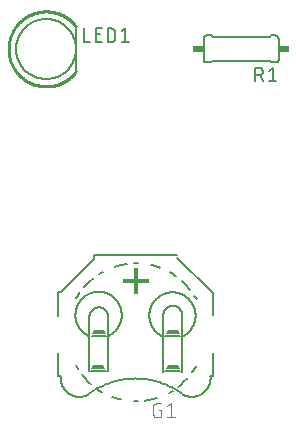
<source format=gbr>
G04 EAGLE Gerber RS-274X export*
G75*
%MOMM*%
%FSLAX34Y34*%
%LPD*%
%INSilkscreen Top*%
%IPPOS*%
%AMOC8*
5,1,8,0,0,1.08239X$1,22.5*%
G01*
%ADD10C,0.150000*%
%ADD11R,0.376200X2.210175*%
%ADD12R,2.210175X0.376200*%
%ADD13C,0.101600*%
%ADD14C,0.203200*%
%ADD15C,0.254000*%
%ADD16C,0.152400*%
%ADD17C,0.127000*%
%ADD18R,0.863600X0.609600*%


D10*
X226865Y59161D02*
X224514Y59161D01*
X224545Y58775D01*
X224566Y58388D01*
X224579Y58000D01*
X224582Y57613D01*
X224575Y57225D01*
X224560Y56838D01*
X224534Y56451D01*
X224500Y56065D01*
X224456Y55680D01*
X224402Y55296D01*
X224340Y54914D01*
X224268Y54533D01*
X224187Y54154D01*
X224097Y53777D01*
X223997Y53402D01*
X223889Y53030D01*
X223771Y52660D01*
X223645Y52294D01*
X223510Y51931D01*
X223366Y51571D01*
X223213Y51215D01*
X223052Y50862D01*
X222882Y50514D01*
X222704Y50169D01*
X222517Y49830D01*
X222322Y49494D01*
X222120Y49164D01*
X221909Y48839D01*
X221690Y48519D01*
X221464Y48204D01*
X221230Y47895D01*
X220989Y47591D01*
X220740Y47294D01*
X220485Y47003D01*
X220222Y46718D01*
X219952Y46439D01*
X219676Y46167D01*
X219393Y45902D01*
X219104Y45644D01*
X218809Y45393D01*
X218508Y45149D01*
X218201Y44912D01*
X217888Y44683D01*
X217570Y44462D01*
X217246Y44249D01*
X216918Y44043D01*
X216584Y43846D01*
X216246Y43656D01*
X215903Y43475D01*
X215556Y43302D01*
X215205Y43138D01*
X214850Y42982D01*
X214492Y42835D01*
X214129Y42697D01*
X213764Y42567D01*
X213396Y42447D01*
X213024Y42335D01*
X212651Y42232D01*
X212275Y42139D01*
X211896Y42055D01*
X211516Y41979D01*
X211134Y41914D01*
X210750Y41857D01*
X210366Y41810D01*
X209980Y41772D01*
X209593Y41743D01*
X209206Y41724D01*
X208819Y41714D01*
X208431Y41714D01*
X208044Y41723D01*
X207656Y41742D01*
X207270Y41769D01*
X206884Y41807D01*
X206499Y41853D01*
X206116Y41909D01*
X205734Y41974D01*
X205353Y42049D01*
X204975Y42132D01*
X204598Y42225D01*
X204224Y42327D01*
X203853Y42438D01*
X203484Y42558D01*
X203119Y42687D01*
X202756Y42825D01*
X202398Y42971D01*
X202042Y43126D01*
X201691Y43290D01*
X201344Y43462D01*
X201001Y43643D01*
X199726Y44594D01*
X198428Y45514D01*
X197108Y46403D01*
X195767Y47259D01*
X194406Y48082D01*
X193025Y48873D01*
X191625Y49630D01*
X190208Y50352D01*
X188774Y51041D01*
X187323Y51694D01*
X185857Y52312D01*
X184376Y52895D01*
X182882Y53441D01*
X181375Y53951D01*
X179856Y54425D01*
X178326Y54862D01*
X176786Y55262D01*
X175237Y55624D01*
X173679Y55949D01*
X172114Y56236D01*
X170543Y56485D01*
X168966Y56696D01*
X167384Y56868D01*
X165799Y57003D01*
X164211Y57099D01*
X162621Y57157D01*
X161030Y57176D01*
X159439Y57157D01*
X157849Y57099D01*
X156261Y57003D01*
X154676Y56868D01*
X153094Y56696D01*
X151517Y56485D01*
X149946Y56236D01*
X148381Y55949D01*
X146823Y55624D01*
X145274Y55262D01*
X143734Y54862D01*
X142204Y54425D01*
X140685Y53951D01*
X139178Y53441D01*
X137684Y52895D01*
X136203Y52312D01*
X134737Y51694D01*
X133286Y51041D01*
X131852Y50352D01*
X130435Y49630D01*
X129035Y48873D01*
X127654Y48082D01*
X126293Y47259D01*
X124952Y46403D01*
X123632Y45514D01*
X122334Y44594D01*
X121059Y43643D01*
X121058Y43643D02*
X120723Y43461D01*
X120384Y43288D01*
X120040Y43123D01*
X119693Y42967D01*
X119341Y42819D01*
X118986Y42680D01*
X118628Y42549D01*
X118267Y42427D01*
X117903Y42315D01*
X117536Y42211D01*
X117167Y42116D01*
X116796Y42030D01*
X116422Y41953D01*
X116047Y41886D01*
X115671Y41828D01*
X115293Y41778D01*
X114914Y41739D01*
X114534Y41708D01*
X114153Y41687D01*
X113772Y41675D01*
X113391Y41672D01*
X113010Y41679D01*
X112629Y41695D01*
X112249Y41720D01*
X111869Y41755D01*
X111491Y41799D01*
X111113Y41852D01*
X110737Y41915D01*
X110363Y41986D01*
X109990Y42067D01*
X109620Y42157D01*
X109252Y42255D01*
X108886Y42363D01*
X108523Y42480D01*
X108163Y42606D01*
X107807Y42740D01*
X107454Y42883D01*
X107104Y43035D01*
X106758Y43195D01*
X106416Y43363D01*
X106078Y43540D01*
X105745Y43725D01*
X105417Y43918D01*
X105093Y44120D01*
X104774Y44329D01*
X104461Y44545D01*
X104153Y44770D01*
X103850Y45002D01*
X103553Y45241D01*
X103262Y45487D01*
X102978Y45741D01*
X102699Y46001D01*
X102427Y46268D01*
X102162Y46542D01*
X101903Y46822D01*
X101652Y47108D01*
X101407Y47400D01*
X101170Y47698D01*
X100940Y48002D01*
X100717Y48312D01*
X100503Y48627D01*
X100295Y48947D01*
X100096Y49272D01*
X99905Y49601D01*
X99722Y49936D01*
X99547Y50274D01*
X99381Y50617D01*
X99223Y50964D01*
X99073Y51315D01*
X98932Y51669D01*
X98800Y52026D01*
X98677Y52387D01*
X98562Y52751D01*
X98457Y53117D01*
X98360Y53486D01*
X98273Y53857D01*
X98194Y54230D01*
X98125Y54604D01*
X98065Y54981D01*
X98014Y55358D01*
X97972Y55737D01*
X97940Y56117D01*
X97917Y56498D01*
X97903Y56878D01*
X97899Y57260D01*
X97904Y57641D01*
X97918Y58022D01*
X97942Y58402D01*
X97975Y58782D01*
X98017Y59161D01*
X98016Y59161D02*
X95195Y59161D01*
X95195Y130169D02*
X98016Y130169D01*
X125761Y157914D01*
X125761Y161676D01*
X196299Y161676D01*
X196299Y159324D02*
X225454Y130169D01*
X226865Y130169D01*
X200531Y110889D02*
X200531Y62923D01*
X200531Y110889D02*
X200529Y111084D01*
X200522Y111278D01*
X200510Y111473D01*
X200493Y111666D01*
X200472Y111860D01*
X200446Y112053D01*
X200415Y112245D01*
X200380Y112437D01*
X200340Y112627D01*
X200295Y112817D01*
X200246Y113005D01*
X200192Y113192D01*
X200134Y113378D01*
X200071Y113562D01*
X200004Y113745D01*
X199932Y113926D01*
X199856Y114105D01*
X199775Y114282D01*
X199690Y114457D01*
X199601Y114630D01*
X199508Y114801D01*
X199411Y114970D01*
X199309Y115136D01*
X199204Y115300D01*
X199095Y115461D01*
X198981Y115619D01*
X198864Y115775D01*
X198743Y115927D01*
X198619Y116077D01*
X198491Y116224D01*
X198359Y116367D01*
X198224Y116507D01*
X198085Y116644D01*
X197944Y116777D01*
X197799Y116907D01*
X197651Y117034D01*
X197499Y117156D01*
X197345Y117275D01*
X197188Y117390D01*
X197029Y117502D01*
X196866Y117609D01*
X196701Y117713D01*
X196534Y117812D01*
X196364Y117907D01*
X196192Y117998D01*
X196018Y118085D01*
X195842Y118168D01*
X195663Y118246D01*
X195483Y118320D01*
X195302Y118390D01*
X195118Y118455D01*
X194933Y118515D01*
X194747Y118572D01*
X194559Y118623D01*
X194370Y118670D01*
X194180Y118712D01*
X193989Y118750D01*
X193797Y118783D01*
X193605Y118811D01*
X193411Y118835D01*
X193218Y118854D01*
X193023Y118868D01*
X192829Y118878D01*
X192634Y118882D01*
X192440Y118882D01*
X192245Y118878D01*
X192051Y118868D01*
X191856Y118854D01*
X191663Y118835D01*
X191469Y118811D01*
X191277Y118783D01*
X191085Y118750D01*
X190894Y118712D01*
X190704Y118670D01*
X190515Y118623D01*
X190327Y118572D01*
X190141Y118515D01*
X189956Y118455D01*
X189772Y118390D01*
X189591Y118320D01*
X189411Y118246D01*
X189232Y118168D01*
X189056Y118085D01*
X188882Y117998D01*
X188710Y117907D01*
X188540Y117812D01*
X188373Y117713D01*
X188208Y117609D01*
X188045Y117502D01*
X187886Y117390D01*
X187729Y117275D01*
X187575Y117156D01*
X187423Y117034D01*
X187275Y116907D01*
X187130Y116777D01*
X186989Y116644D01*
X186850Y116507D01*
X186715Y116367D01*
X186583Y116224D01*
X186455Y116077D01*
X186331Y115927D01*
X186210Y115775D01*
X186093Y115619D01*
X185979Y115461D01*
X185870Y115300D01*
X185765Y115136D01*
X185663Y114970D01*
X185566Y114801D01*
X185473Y114630D01*
X185384Y114457D01*
X185299Y114282D01*
X185218Y114105D01*
X185142Y113926D01*
X185070Y113745D01*
X185003Y113562D01*
X184940Y113378D01*
X184882Y113192D01*
X184828Y113005D01*
X184779Y112817D01*
X184734Y112627D01*
X184694Y112437D01*
X184659Y112245D01*
X184628Y112053D01*
X184602Y111860D01*
X184581Y111666D01*
X184564Y111473D01*
X184552Y111278D01*
X184545Y111084D01*
X184543Y110889D01*
X184542Y110889D02*
X184542Y62923D01*
X137988Y63393D02*
X137988Y109478D01*
X137987Y109478D02*
X137985Y109673D01*
X137978Y109867D01*
X137966Y110062D01*
X137949Y110255D01*
X137928Y110449D01*
X137902Y110642D01*
X137871Y110834D01*
X137836Y111026D01*
X137796Y111216D01*
X137751Y111406D01*
X137702Y111594D01*
X137648Y111781D01*
X137590Y111967D01*
X137527Y112151D01*
X137460Y112334D01*
X137388Y112515D01*
X137312Y112694D01*
X137231Y112871D01*
X137146Y113046D01*
X137057Y113219D01*
X136964Y113390D01*
X136867Y113559D01*
X136765Y113725D01*
X136660Y113889D01*
X136551Y114050D01*
X136437Y114208D01*
X136320Y114364D01*
X136199Y114516D01*
X136075Y114666D01*
X135947Y114813D01*
X135815Y114956D01*
X135680Y115096D01*
X135541Y115233D01*
X135400Y115366D01*
X135255Y115496D01*
X135107Y115623D01*
X134955Y115745D01*
X134801Y115864D01*
X134644Y115979D01*
X134485Y116091D01*
X134322Y116198D01*
X134157Y116302D01*
X133990Y116401D01*
X133820Y116496D01*
X133648Y116587D01*
X133474Y116674D01*
X133298Y116757D01*
X133119Y116835D01*
X132939Y116909D01*
X132758Y116979D01*
X132574Y117044D01*
X132389Y117104D01*
X132203Y117161D01*
X132015Y117212D01*
X131826Y117259D01*
X131636Y117301D01*
X131445Y117339D01*
X131253Y117372D01*
X131061Y117400D01*
X130867Y117424D01*
X130674Y117443D01*
X130479Y117457D01*
X130285Y117467D01*
X130090Y117471D01*
X129896Y117471D01*
X129701Y117467D01*
X129507Y117457D01*
X129312Y117443D01*
X129119Y117424D01*
X128925Y117400D01*
X128733Y117372D01*
X128541Y117339D01*
X128350Y117301D01*
X128160Y117259D01*
X127971Y117212D01*
X127783Y117161D01*
X127597Y117104D01*
X127412Y117044D01*
X127228Y116979D01*
X127047Y116909D01*
X126867Y116835D01*
X126688Y116757D01*
X126512Y116674D01*
X126338Y116587D01*
X126166Y116496D01*
X125996Y116401D01*
X125829Y116302D01*
X125664Y116198D01*
X125501Y116091D01*
X125342Y115979D01*
X125185Y115864D01*
X125031Y115745D01*
X124879Y115623D01*
X124731Y115496D01*
X124586Y115366D01*
X124445Y115233D01*
X124306Y115096D01*
X124171Y114956D01*
X124039Y114813D01*
X123911Y114666D01*
X123787Y114516D01*
X123666Y114364D01*
X123549Y114208D01*
X123435Y114050D01*
X123326Y113889D01*
X123221Y113725D01*
X123119Y113559D01*
X123022Y113390D01*
X122929Y113219D01*
X122840Y113046D01*
X122755Y112871D01*
X122674Y112694D01*
X122598Y112515D01*
X122526Y112334D01*
X122459Y112151D01*
X122396Y111967D01*
X122338Y111781D01*
X122284Y111594D01*
X122235Y111406D01*
X122190Y111216D01*
X122150Y111026D01*
X122115Y110834D01*
X122084Y110642D01*
X122058Y110449D01*
X122037Y110255D01*
X122020Y110062D01*
X122008Y109867D01*
X122001Y109673D01*
X121999Y109478D01*
X121999Y63393D01*
X183601Y93019D02*
X183174Y93237D01*
X182752Y93466D01*
X182336Y93705D01*
X181926Y93954D01*
X181522Y94213D01*
X181125Y94482D01*
X180734Y94760D01*
X180350Y95048D01*
X179974Y95346D01*
X179604Y95652D01*
X179243Y95968D01*
X178889Y96292D01*
X178543Y96624D01*
X178206Y96965D01*
X177877Y97315D01*
X177556Y97672D01*
X177245Y98037D01*
X176942Y98409D01*
X176649Y98789D01*
X176365Y99176D01*
X176091Y99569D01*
X175826Y99970D01*
X175571Y100376D01*
X175326Y100789D01*
X175092Y101208D01*
X174868Y101632D01*
X174654Y102061D01*
X174451Y102496D01*
X174258Y102935D01*
X174076Y103380D01*
X173906Y103828D01*
X173746Y104280D01*
X173597Y104737D01*
X173460Y105196D01*
X173334Y105659D01*
X173219Y106125D01*
X173116Y106594D01*
X173024Y107065D01*
X172944Y107538D01*
X172875Y108013D01*
X172818Y108489D01*
X172773Y108967D01*
X172740Y109446D01*
X172718Y109925D01*
X172708Y110405D01*
X172709Y110884D01*
X172723Y111364D01*
X172748Y111843D01*
X172785Y112322D01*
X172834Y112799D01*
X172894Y113275D01*
X172966Y113749D01*
X173049Y114222D01*
X173144Y114692D01*
X173251Y115160D01*
X173369Y115625D01*
X173498Y116087D01*
X173639Y116546D01*
X173790Y117001D01*
X173953Y117453D01*
X174127Y117900D01*
X174312Y118343D01*
X174508Y118781D01*
X174714Y119214D01*
X174931Y119642D01*
X175158Y120065D01*
X175395Y120482D01*
X175643Y120893D01*
X175901Y121297D01*
X176168Y121696D01*
X176445Y122088D01*
X176732Y122472D01*
X177028Y122850D01*
X177333Y123220D01*
X177647Y123583D01*
X177970Y123938D01*
X178301Y124285D01*
X178641Y124624D01*
X178989Y124954D01*
X179345Y125276D01*
X179709Y125588D01*
X180081Y125892D01*
X180459Y126187D01*
X180845Y126472D01*
X181238Y126748D01*
X181637Y127014D01*
X182043Y127270D01*
X182455Y127516D01*
X182872Y127752D01*
X183296Y127978D01*
X183725Y128193D01*
X184159Y128398D01*
X184597Y128592D01*
X185041Y128775D01*
X185489Y128948D01*
X185941Y129109D01*
X186396Y129259D01*
X186856Y129398D01*
X187318Y129526D01*
X187784Y129642D01*
X188252Y129747D01*
X188722Y129840D01*
X189195Y129922D01*
X189670Y129993D01*
X190146Y130051D01*
X190624Y130098D01*
X191102Y130133D01*
X191581Y130157D01*
X192061Y130169D01*
X192541Y130169D01*
X193021Y130157D01*
X193500Y130133D01*
X193978Y130098D01*
X194456Y130051D01*
X194932Y129993D01*
X195407Y129922D01*
X195880Y129840D01*
X196350Y129747D01*
X196818Y129642D01*
X197284Y129526D01*
X197746Y129398D01*
X198206Y129259D01*
X198661Y129109D01*
X199113Y128948D01*
X199561Y128775D01*
X200005Y128592D01*
X200443Y128398D01*
X200877Y128193D01*
X201306Y127978D01*
X201730Y127752D01*
X202147Y127516D01*
X202559Y127270D01*
X202965Y127014D01*
X203364Y126748D01*
X203757Y126472D01*
X204143Y126187D01*
X204521Y125892D01*
X204893Y125588D01*
X205257Y125276D01*
X205613Y124954D01*
X205961Y124624D01*
X206301Y124285D01*
X206632Y123938D01*
X206955Y123583D01*
X207269Y123220D01*
X207574Y122850D01*
X207870Y122472D01*
X208157Y122088D01*
X208434Y121696D01*
X208701Y121297D01*
X208959Y120893D01*
X209207Y120482D01*
X209444Y120065D01*
X209671Y119642D01*
X209888Y119214D01*
X210094Y118781D01*
X210290Y118343D01*
X210475Y117900D01*
X210649Y117453D01*
X210812Y117001D01*
X210963Y116546D01*
X211104Y116087D01*
X211233Y115625D01*
X211351Y115160D01*
X211458Y114692D01*
X211553Y114222D01*
X211636Y113749D01*
X211708Y113275D01*
X211768Y112799D01*
X211817Y112322D01*
X211854Y111843D01*
X211879Y111364D01*
X211893Y110884D01*
X211894Y110405D01*
X211884Y109925D01*
X211862Y109446D01*
X211829Y108967D01*
X211784Y108489D01*
X211727Y108013D01*
X211658Y107538D01*
X211578Y107065D01*
X211486Y106594D01*
X211383Y106125D01*
X211268Y105659D01*
X211142Y105196D01*
X211005Y104737D01*
X210856Y104280D01*
X210696Y103828D01*
X210526Y103380D01*
X210344Y102935D01*
X210151Y102496D01*
X209948Y102061D01*
X209734Y101632D01*
X209510Y101208D01*
X209276Y100789D01*
X209031Y100376D01*
X208776Y99970D01*
X208511Y99569D01*
X208237Y99176D01*
X207953Y98789D01*
X207660Y98409D01*
X207357Y98037D01*
X207046Y97672D01*
X206725Y97315D01*
X206396Y96965D01*
X206059Y96624D01*
X205713Y96292D01*
X205359Y95968D01*
X204998Y95652D01*
X204628Y95346D01*
X204252Y95048D01*
X203868Y94760D01*
X203477Y94482D01*
X203080Y94213D01*
X202676Y93954D01*
X202266Y93705D01*
X201850Y93466D01*
X201428Y93237D01*
X201001Y93019D01*
X198650Y93489D02*
X186423Y93489D01*
X187364Y95370D02*
X197709Y95370D01*
X196769Y97251D02*
X188304Y97251D01*
X186423Y63864D02*
X198650Y63864D01*
X197709Y65745D02*
X187364Y65745D01*
X188304Y67626D02*
X196769Y67626D01*
X135636Y63864D02*
X123410Y63864D01*
X124350Y65745D02*
X134696Y65745D01*
X133755Y67626D02*
X125291Y67626D01*
X123880Y93489D02*
X136107Y93489D01*
X135166Y95370D02*
X124821Y95370D01*
X125761Y97251D02*
X134226Y97251D01*
X169024Y38470D02*
X170338Y38660D01*
X171648Y38880D01*
X172952Y39129D01*
X174250Y39409D01*
X175542Y39718D01*
X176826Y40056D01*
X178102Y40424D01*
X179369Y40821D01*
X163381Y38000D02*
X159619Y38000D01*
X189245Y45054D02*
X192537Y46935D01*
X197239Y50226D02*
X198311Y51085D01*
X199364Y51969D01*
X200396Y52876D01*
X201408Y53806D01*
X202397Y54759D01*
X203365Y55734D01*
X204311Y56732D01*
X205233Y57750D01*
X208995Y62453D02*
X209518Y63156D01*
X210025Y63872D01*
X210513Y64600D01*
X210984Y65340D01*
X211437Y66091D01*
X211871Y66853D01*
X212286Y67625D01*
X212757Y124056D02*
X210876Y127347D01*
X207585Y132050D02*
X206726Y133122D01*
X205842Y134175D01*
X204935Y135207D01*
X204005Y136219D01*
X203052Y137208D01*
X202077Y138176D01*
X201079Y139122D01*
X200061Y140044D01*
X195357Y143806D02*
X194654Y144329D01*
X193938Y144836D01*
X193210Y145324D01*
X192470Y145795D01*
X191719Y146248D01*
X190957Y146682D01*
X190185Y147097D01*
X182191Y150860D02*
X180880Y151323D01*
X179561Y151758D01*
X178232Y152165D01*
X176894Y152543D01*
X175549Y152891D01*
X174196Y153211D01*
X153976Y154151D02*
X152662Y153961D01*
X151352Y153741D01*
X150048Y153492D01*
X148750Y153212D01*
X147458Y152903D01*
X146174Y152565D01*
X144898Y152197D01*
X143631Y151800D01*
X159619Y154622D02*
X163381Y154622D01*
X133755Y147568D02*
X130464Y145687D01*
X125761Y142396D02*
X124689Y141537D01*
X123636Y140653D01*
X122604Y139746D01*
X121592Y138816D01*
X120603Y137863D01*
X119635Y136888D01*
X118689Y135890D01*
X117767Y134872D01*
X114005Y130168D02*
X113482Y129465D01*
X112975Y128749D01*
X112487Y128021D01*
X112016Y127281D01*
X111563Y126530D01*
X111129Y125768D01*
X110714Y124996D01*
X110243Y68566D02*
X112124Y65274D01*
X115415Y60571D02*
X116274Y59499D01*
X117158Y58446D01*
X118065Y57414D01*
X118995Y56402D01*
X119948Y55413D01*
X120923Y54445D01*
X121921Y53499D01*
X122939Y52577D01*
X127643Y48815D02*
X128346Y48292D01*
X129062Y47785D01*
X129790Y47297D01*
X130530Y46826D01*
X131281Y46373D01*
X132043Y45939D01*
X132815Y45524D01*
X140809Y41762D02*
X142120Y41299D01*
X143439Y40864D01*
X144768Y40457D01*
X146106Y40079D01*
X147451Y39731D01*
X148804Y39411D01*
X138458Y93489D02*
X138885Y93707D01*
X139307Y93936D01*
X139723Y94175D01*
X140133Y94424D01*
X140537Y94683D01*
X140934Y94952D01*
X141325Y95230D01*
X141709Y95518D01*
X142085Y95816D01*
X142455Y96122D01*
X142816Y96438D01*
X143170Y96762D01*
X143516Y97094D01*
X143853Y97435D01*
X144182Y97785D01*
X144503Y98142D01*
X144814Y98507D01*
X145117Y98879D01*
X145410Y99259D01*
X145694Y99646D01*
X145968Y100039D01*
X146233Y100440D01*
X146488Y100846D01*
X146733Y101259D01*
X146967Y101678D01*
X147191Y102102D01*
X147405Y102531D01*
X147608Y102966D01*
X147801Y103405D01*
X147983Y103850D01*
X148153Y104298D01*
X148313Y104750D01*
X148462Y105207D01*
X148599Y105666D01*
X148725Y106129D01*
X148840Y106595D01*
X148943Y107064D01*
X149035Y107535D01*
X149115Y108008D01*
X149184Y108483D01*
X149241Y108959D01*
X149286Y109437D01*
X149319Y109916D01*
X149341Y110395D01*
X149351Y110875D01*
X149350Y111354D01*
X149336Y111834D01*
X149311Y112313D01*
X149274Y112792D01*
X149225Y113269D01*
X149165Y113745D01*
X149093Y114219D01*
X149010Y114692D01*
X148915Y115162D01*
X148808Y115630D01*
X148690Y116095D01*
X148561Y116557D01*
X148420Y117016D01*
X148269Y117471D01*
X148106Y117923D01*
X147932Y118370D01*
X147747Y118813D01*
X147551Y119251D01*
X147345Y119684D01*
X147128Y120112D01*
X146901Y120535D01*
X146664Y120952D01*
X146416Y121363D01*
X146158Y121767D01*
X145891Y122166D01*
X145614Y122558D01*
X145327Y122942D01*
X145031Y123320D01*
X144726Y123690D01*
X144412Y124053D01*
X144089Y124408D01*
X143758Y124755D01*
X143418Y125094D01*
X143070Y125424D01*
X142714Y125746D01*
X142350Y126058D01*
X141978Y126362D01*
X141600Y126657D01*
X141214Y126942D01*
X140821Y127218D01*
X140422Y127484D01*
X140016Y127740D01*
X139604Y127986D01*
X139187Y128222D01*
X138763Y128448D01*
X138334Y128663D01*
X137900Y128868D01*
X137462Y129062D01*
X137018Y129245D01*
X136570Y129418D01*
X136118Y129579D01*
X135663Y129729D01*
X135203Y129868D01*
X134741Y129996D01*
X134275Y130112D01*
X133807Y130217D01*
X133337Y130310D01*
X132864Y130392D01*
X132389Y130463D01*
X131913Y130521D01*
X131435Y130568D01*
X130957Y130603D01*
X130478Y130627D01*
X129998Y130639D01*
X129518Y130639D01*
X129038Y130627D01*
X128559Y130603D01*
X128081Y130568D01*
X127603Y130521D01*
X127127Y130463D01*
X126652Y130392D01*
X126179Y130310D01*
X125709Y130217D01*
X125241Y130112D01*
X124775Y129996D01*
X124313Y129868D01*
X123853Y129729D01*
X123398Y129579D01*
X122946Y129418D01*
X122498Y129245D01*
X122054Y129062D01*
X121616Y128868D01*
X121182Y128663D01*
X120753Y128448D01*
X120329Y128222D01*
X119912Y127986D01*
X119500Y127740D01*
X119094Y127484D01*
X118695Y127218D01*
X118302Y126942D01*
X117916Y126657D01*
X117538Y126362D01*
X117166Y126058D01*
X116802Y125746D01*
X116446Y125424D01*
X116098Y125094D01*
X115758Y124755D01*
X115427Y124408D01*
X115104Y124053D01*
X114790Y123690D01*
X114485Y123320D01*
X114189Y122942D01*
X113902Y122558D01*
X113625Y122166D01*
X113358Y121767D01*
X113100Y121363D01*
X112852Y120952D01*
X112615Y120535D01*
X112388Y120112D01*
X112171Y119684D01*
X111965Y119251D01*
X111769Y118813D01*
X111584Y118370D01*
X111410Y117923D01*
X111247Y117471D01*
X111096Y117016D01*
X110955Y116557D01*
X110826Y116095D01*
X110708Y115630D01*
X110601Y115162D01*
X110506Y114692D01*
X110423Y114219D01*
X110351Y113745D01*
X110291Y113269D01*
X110242Y112792D01*
X110205Y112313D01*
X110180Y111834D01*
X110166Y111354D01*
X110165Y110875D01*
X110175Y110395D01*
X110197Y109916D01*
X110230Y109437D01*
X110275Y108959D01*
X110332Y108483D01*
X110401Y108008D01*
X110481Y107535D01*
X110573Y107064D01*
X110676Y106595D01*
X110791Y106129D01*
X110917Y105666D01*
X111054Y105207D01*
X111203Y104750D01*
X111363Y104298D01*
X111533Y103850D01*
X111715Y103405D01*
X111908Y102966D01*
X112111Y102531D01*
X112325Y102102D01*
X112549Y101678D01*
X112783Y101259D01*
X113028Y100846D01*
X113283Y100440D01*
X113548Y100039D01*
X113822Y99646D01*
X114106Y99259D01*
X114399Y98879D01*
X114702Y98507D01*
X115013Y98142D01*
X115334Y97785D01*
X115663Y97435D01*
X116000Y97094D01*
X116346Y96762D01*
X116700Y96438D01*
X117061Y96122D01*
X117431Y95816D01*
X117807Y95518D01*
X118191Y95230D01*
X118582Y94952D01*
X118979Y94683D01*
X119383Y94424D01*
X119793Y94175D01*
X120209Y93936D01*
X120631Y93707D01*
X121058Y93489D01*
X226865Y78441D02*
X226865Y59161D01*
X95195Y59161D02*
X95195Y78912D01*
X226865Y110889D02*
X226865Y130169D01*
X95195Y130169D02*
X95195Y110418D01*
D11*
X161500Y139809D03*
D12*
X161735Y139574D03*
D13*
X180621Y30888D02*
X182569Y30888D01*
X182569Y24397D01*
X178674Y24397D01*
X178575Y24399D01*
X178475Y24405D01*
X178376Y24414D01*
X178278Y24427D01*
X178180Y24444D01*
X178082Y24465D01*
X177986Y24490D01*
X177891Y24518D01*
X177797Y24550D01*
X177704Y24585D01*
X177612Y24624D01*
X177522Y24667D01*
X177434Y24712D01*
X177347Y24762D01*
X177263Y24814D01*
X177180Y24870D01*
X177100Y24928D01*
X177022Y24990D01*
X176947Y25055D01*
X176874Y25123D01*
X176804Y25193D01*
X176736Y25266D01*
X176671Y25341D01*
X176609Y25419D01*
X176551Y25499D01*
X176495Y25582D01*
X176443Y25666D01*
X176393Y25753D01*
X176348Y25841D01*
X176305Y25931D01*
X176266Y26023D01*
X176231Y26116D01*
X176199Y26210D01*
X176171Y26305D01*
X176146Y26401D01*
X176125Y26499D01*
X176108Y26597D01*
X176095Y26695D01*
X176086Y26794D01*
X176080Y26894D01*
X176078Y26993D01*
X176078Y33485D01*
X176080Y33584D01*
X176086Y33684D01*
X176095Y33783D01*
X176108Y33881D01*
X176125Y33979D01*
X176146Y34077D01*
X176171Y34173D01*
X176199Y34268D01*
X176231Y34362D01*
X176266Y34455D01*
X176305Y34547D01*
X176348Y34637D01*
X176393Y34725D01*
X176443Y34812D01*
X176495Y34896D01*
X176551Y34979D01*
X176609Y35059D01*
X176671Y35137D01*
X176736Y35212D01*
X176804Y35285D01*
X176874Y35355D01*
X176947Y35423D01*
X177022Y35488D01*
X177100Y35550D01*
X177180Y35608D01*
X177263Y35664D01*
X177347Y35716D01*
X177434Y35766D01*
X177522Y35811D01*
X177612Y35854D01*
X177704Y35893D01*
X177796Y35928D01*
X177891Y35960D01*
X177986Y35988D01*
X178082Y36013D01*
X178180Y36034D01*
X178278Y36051D01*
X178376Y36064D01*
X178475Y36073D01*
X178575Y36079D01*
X178674Y36081D01*
X182569Y36081D01*
X187889Y33485D02*
X191134Y36081D01*
X191134Y24397D01*
X187889Y24397D02*
X194380Y24397D01*
D14*
X110700Y317150D02*
X110700Y355250D01*
D15*
X110226Y355866D01*
X109737Y356471D01*
X109233Y357063D01*
X108715Y357643D01*
X108183Y358210D01*
X107637Y358764D01*
X107078Y359304D01*
X106505Y359830D01*
X105920Y360343D01*
X105323Y360840D01*
X104714Y361323D01*
X104093Y361791D01*
X103460Y362244D01*
X102817Y362681D01*
X102163Y363102D01*
X101499Y363506D01*
X100826Y363895D01*
X100143Y364267D01*
X99451Y364622D01*
X98751Y364960D01*
X98043Y365281D01*
X97327Y365584D01*
X96603Y365870D01*
X95874Y366138D01*
X95137Y366388D01*
X94395Y366619D01*
X93647Y366833D01*
X92895Y367028D01*
X92137Y367205D01*
X91376Y367363D01*
X90611Y367503D01*
X89843Y367623D01*
X89072Y367725D01*
X88299Y367808D01*
X87524Y367872D01*
X86748Y367917D01*
X85971Y367943D01*
X85193Y367950D01*
X84416Y367938D01*
X83639Y367907D01*
X82863Y367856D01*
X82088Y367787D01*
X81316Y367699D01*
X80546Y367592D01*
X79778Y367466D01*
X79014Y367322D01*
X78254Y367158D01*
X77498Y366976D01*
X76747Y366776D01*
X76000Y366558D01*
X75260Y366321D01*
X74525Y366066D01*
X73797Y365793D01*
X73076Y365502D01*
X72362Y365194D01*
X71656Y364869D01*
X70958Y364526D01*
X70268Y364166D01*
X69588Y363790D01*
X68917Y363397D01*
X68256Y362987D01*
X67605Y362562D01*
X66965Y362121D01*
X66336Y361664D01*
X65718Y361192D01*
X65112Y360705D01*
X64518Y360203D01*
X63936Y359687D01*
X63367Y359157D01*
X62812Y358613D01*
X62269Y358055D01*
X61741Y357485D01*
X61227Y356902D01*
X60727Y356306D01*
X60242Y355698D01*
X59772Y355079D01*
X59318Y354448D01*
X58879Y353806D01*
X58455Y353154D01*
X58048Y352491D01*
X57657Y351819D01*
X57283Y351137D01*
X56926Y350447D01*
X56586Y349748D01*
X56262Y349040D01*
X55957Y348326D01*
X55668Y347603D01*
X55398Y346874D01*
X55146Y346139D01*
X54911Y345397D01*
X54695Y344650D01*
X54497Y343898D01*
X54318Y343142D01*
X54157Y342381D01*
X54015Y341617D01*
X53892Y340849D01*
X53788Y340078D01*
X53702Y339305D01*
X53636Y338531D01*
X53588Y337755D01*
X53560Y336978D01*
X53550Y336200D01*
X53560Y335422D01*
X53588Y334645D01*
X53636Y333869D01*
X53702Y333095D01*
X53788Y332322D01*
X53892Y331551D01*
X54015Y330783D01*
X54157Y330019D01*
X54318Y329258D01*
X54497Y328502D01*
X54695Y327750D01*
X54911Y327003D01*
X55146Y326261D01*
X55398Y325526D01*
X55668Y324797D01*
X55957Y324074D01*
X56262Y323360D01*
X56586Y322652D01*
X56926Y321953D01*
X57283Y321263D01*
X57657Y320581D01*
X58048Y319909D01*
X58455Y319246D01*
X58879Y318594D01*
X59318Y317952D01*
X59772Y317321D01*
X60242Y316702D01*
X60727Y316094D01*
X61227Y315498D01*
X61741Y314915D01*
X62269Y314345D01*
X62812Y313787D01*
X63367Y313243D01*
X63936Y312713D01*
X64518Y312197D01*
X65112Y311695D01*
X65718Y311208D01*
X66336Y310736D01*
X66965Y310279D01*
X67605Y309838D01*
X68256Y309413D01*
X68917Y309003D01*
X69588Y308610D01*
X70268Y308234D01*
X70958Y307874D01*
X71656Y307531D01*
X72362Y307206D01*
X73076Y306898D01*
X73797Y306607D01*
X74525Y306334D01*
X75260Y306079D01*
X76000Y305842D01*
X76747Y305624D01*
X77498Y305424D01*
X78254Y305242D01*
X79014Y305078D01*
X79778Y304934D01*
X80546Y304808D01*
X81316Y304701D01*
X82088Y304613D01*
X82863Y304544D01*
X83639Y304493D01*
X84416Y304462D01*
X85193Y304450D01*
X85971Y304457D01*
X86748Y304483D01*
X87524Y304528D01*
X88299Y304592D01*
X89072Y304675D01*
X89843Y304777D01*
X90611Y304897D01*
X91376Y305037D01*
X92137Y305195D01*
X92895Y305372D01*
X93647Y305567D01*
X94395Y305781D01*
X95137Y306012D01*
X95874Y306262D01*
X96603Y306530D01*
X97327Y306816D01*
X98043Y307119D01*
X98751Y307440D01*
X99451Y307778D01*
X100143Y308133D01*
X100826Y308505D01*
X101499Y308894D01*
X102163Y309298D01*
X102817Y309719D01*
X103460Y310156D01*
X104093Y310609D01*
X104714Y311077D01*
X105323Y311560D01*
X105920Y312057D01*
X106505Y312570D01*
X107078Y313096D01*
X107637Y313636D01*
X108183Y314190D01*
X108715Y314757D01*
X109233Y315337D01*
X109737Y315929D01*
X110226Y316534D01*
X110700Y317150D01*
D16*
X59900Y336200D02*
X59908Y336823D01*
X59931Y337446D01*
X59969Y338069D01*
X60022Y338690D01*
X60091Y339309D01*
X60175Y339927D01*
X60274Y340542D01*
X60388Y341155D01*
X60517Y341765D01*
X60661Y342372D01*
X60820Y342975D01*
X60994Y343573D01*
X61182Y344168D01*
X61385Y344757D01*
X61602Y345341D01*
X61833Y345920D01*
X62079Y346493D01*
X62339Y347060D01*
X62612Y347620D01*
X62899Y348173D01*
X63200Y348720D01*
X63514Y349258D01*
X63841Y349789D01*
X64181Y350311D01*
X64533Y350826D01*
X64899Y351331D01*
X65276Y351827D01*
X65666Y352314D01*
X66067Y352791D01*
X66480Y353258D01*
X66904Y353714D01*
X67339Y354161D01*
X67786Y354596D01*
X68242Y355020D01*
X68709Y355433D01*
X69186Y355834D01*
X69673Y356224D01*
X70169Y356601D01*
X70674Y356967D01*
X71189Y357319D01*
X71711Y357659D01*
X72242Y357986D01*
X72780Y358300D01*
X73327Y358601D01*
X73880Y358888D01*
X74440Y359161D01*
X75007Y359421D01*
X75580Y359667D01*
X76159Y359898D01*
X76743Y360115D01*
X77332Y360318D01*
X77927Y360506D01*
X78525Y360680D01*
X79128Y360839D01*
X79735Y360983D01*
X80345Y361112D01*
X80958Y361226D01*
X81573Y361325D01*
X82191Y361409D01*
X82810Y361478D01*
X83431Y361531D01*
X84054Y361569D01*
X84677Y361592D01*
X85300Y361600D01*
X85923Y361592D01*
X86546Y361569D01*
X87169Y361531D01*
X87790Y361478D01*
X88409Y361409D01*
X89027Y361325D01*
X89642Y361226D01*
X90255Y361112D01*
X90865Y360983D01*
X91472Y360839D01*
X92075Y360680D01*
X92673Y360506D01*
X93268Y360318D01*
X93857Y360115D01*
X94441Y359898D01*
X95020Y359667D01*
X95593Y359421D01*
X96160Y359161D01*
X96720Y358888D01*
X97273Y358601D01*
X97820Y358300D01*
X98358Y357986D01*
X98889Y357659D01*
X99411Y357319D01*
X99926Y356967D01*
X100431Y356601D01*
X100927Y356224D01*
X101414Y355834D01*
X101891Y355433D01*
X102358Y355020D01*
X102814Y354596D01*
X103261Y354161D01*
X103696Y353714D01*
X104120Y353258D01*
X104533Y352791D01*
X104934Y352314D01*
X105324Y351827D01*
X105701Y351331D01*
X106067Y350826D01*
X106419Y350311D01*
X106759Y349789D01*
X107086Y349258D01*
X107400Y348720D01*
X107701Y348173D01*
X107988Y347620D01*
X108261Y347060D01*
X108521Y346493D01*
X108767Y345920D01*
X108998Y345341D01*
X109215Y344757D01*
X109418Y344168D01*
X109606Y343573D01*
X109780Y342975D01*
X109939Y342372D01*
X110083Y341765D01*
X110212Y341155D01*
X110326Y340542D01*
X110425Y339927D01*
X110509Y339309D01*
X110578Y338690D01*
X110631Y338069D01*
X110669Y337446D01*
X110692Y336823D01*
X110700Y336200D01*
X110692Y335577D01*
X110669Y334954D01*
X110631Y334331D01*
X110578Y333710D01*
X110509Y333091D01*
X110425Y332473D01*
X110326Y331858D01*
X110212Y331245D01*
X110083Y330635D01*
X109939Y330028D01*
X109780Y329425D01*
X109606Y328827D01*
X109418Y328232D01*
X109215Y327643D01*
X108998Y327059D01*
X108767Y326480D01*
X108521Y325907D01*
X108261Y325340D01*
X107988Y324780D01*
X107701Y324227D01*
X107400Y323680D01*
X107086Y323142D01*
X106759Y322611D01*
X106419Y322089D01*
X106067Y321574D01*
X105701Y321069D01*
X105324Y320573D01*
X104934Y320086D01*
X104533Y319609D01*
X104120Y319142D01*
X103696Y318686D01*
X103261Y318239D01*
X102814Y317804D01*
X102358Y317380D01*
X101891Y316967D01*
X101414Y316566D01*
X100927Y316176D01*
X100431Y315799D01*
X99926Y315433D01*
X99411Y315081D01*
X98889Y314741D01*
X98358Y314414D01*
X97820Y314100D01*
X97273Y313799D01*
X96720Y313512D01*
X96160Y313239D01*
X95593Y312979D01*
X95020Y312733D01*
X94441Y312502D01*
X93857Y312285D01*
X93268Y312082D01*
X92673Y311894D01*
X92075Y311720D01*
X91472Y311561D01*
X90865Y311417D01*
X90255Y311288D01*
X89642Y311174D01*
X89027Y311075D01*
X88409Y310991D01*
X87790Y310922D01*
X87169Y310869D01*
X86546Y310831D01*
X85923Y310808D01*
X85300Y310800D01*
X84677Y310808D01*
X84054Y310831D01*
X83431Y310869D01*
X82810Y310922D01*
X82191Y310991D01*
X81573Y311075D01*
X80958Y311174D01*
X80345Y311288D01*
X79735Y311417D01*
X79128Y311561D01*
X78525Y311720D01*
X77927Y311894D01*
X77332Y312082D01*
X76743Y312285D01*
X76159Y312502D01*
X75580Y312733D01*
X75007Y312979D01*
X74440Y313239D01*
X73880Y313512D01*
X73327Y313799D01*
X72780Y314100D01*
X72242Y314414D01*
X71711Y314741D01*
X71189Y315081D01*
X70674Y315433D01*
X70169Y315799D01*
X69673Y316176D01*
X69186Y316566D01*
X68709Y316967D01*
X68242Y317380D01*
X67786Y317804D01*
X67339Y318239D01*
X66904Y318686D01*
X66480Y319142D01*
X66067Y319609D01*
X65666Y320086D01*
X65276Y320573D01*
X64899Y321069D01*
X64533Y321574D01*
X64181Y322089D01*
X63841Y322611D01*
X63514Y323142D01*
X63200Y323680D01*
X62899Y324227D01*
X62612Y324780D01*
X62339Y325340D01*
X62079Y325907D01*
X61833Y326480D01*
X61602Y327059D01*
X61385Y327643D01*
X61182Y328232D01*
X60994Y328827D01*
X60820Y329425D01*
X60661Y330028D01*
X60517Y330635D01*
X60388Y331245D01*
X60274Y331858D01*
X60175Y332473D01*
X60091Y333091D01*
X60022Y333710D01*
X59969Y334331D01*
X59931Y334954D01*
X59908Y335577D01*
X59900Y336200D01*
D17*
X117685Y342169D02*
X117685Y353599D01*
X117685Y342169D02*
X122765Y342169D01*
X127591Y342169D02*
X132671Y342169D01*
X127591Y342169D02*
X127591Y353599D01*
X132671Y353599D01*
X131401Y348519D02*
X127591Y348519D01*
X137472Y353599D02*
X137472Y342169D01*
X137472Y353599D02*
X140647Y353599D01*
X140758Y353597D01*
X140868Y353591D01*
X140979Y353582D01*
X141089Y353568D01*
X141198Y353551D01*
X141307Y353530D01*
X141415Y353505D01*
X141522Y353476D01*
X141628Y353444D01*
X141733Y353408D01*
X141836Y353368D01*
X141938Y353325D01*
X142039Y353278D01*
X142138Y353227D01*
X142235Y353174D01*
X142329Y353117D01*
X142422Y353056D01*
X142513Y352993D01*
X142602Y352926D01*
X142688Y352856D01*
X142771Y352783D01*
X142853Y352708D01*
X142931Y352630D01*
X143006Y352548D01*
X143079Y352465D01*
X143149Y352379D01*
X143216Y352290D01*
X143279Y352199D01*
X143340Y352106D01*
X143397Y352012D01*
X143450Y351915D01*
X143501Y351816D01*
X143548Y351715D01*
X143591Y351613D01*
X143631Y351510D01*
X143667Y351405D01*
X143699Y351299D01*
X143728Y351192D01*
X143753Y351084D01*
X143774Y350975D01*
X143791Y350866D01*
X143805Y350756D01*
X143814Y350645D01*
X143820Y350535D01*
X143822Y350424D01*
X143822Y345344D01*
X143820Y345233D01*
X143814Y345123D01*
X143805Y345012D01*
X143791Y344902D01*
X143774Y344793D01*
X143753Y344684D01*
X143728Y344576D01*
X143699Y344469D01*
X143667Y344363D01*
X143631Y344258D01*
X143591Y344155D01*
X143548Y344053D01*
X143501Y343952D01*
X143450Y343853D01*
X143397Y343756D01*
X143340Y343662D01*
X143279Y343569D01*
X143216Y343478D01*
X143149Y343389D01*
X143079Y343303D01*
X143006Y343220D01*
X142931Y343138D01*
X142853Y343060D01*
X142771Y342985D01*
X142688Y342912D01*
X142602Y342842D01*
X142513Y342775D01*
X142422Y342712D01*
X142329Y342651D01*
X142234Y342594D01*
X142138Y342541D01*
X142039Y342490D01*
X141938Y342443D01*
X141836Y342400D01*
X141733Y342360D01*
X141628Y342324D01*
X141522Y342292D01*
X141415Y342263D01*
X141307Y342238D01*
X141198Y342217D01*
X141089Y342200D01*
X140979Y342186D01*
X140868Y342177D01*
X140758Y342171D01*
X140647Y342169D01*
X137472Y342169D01*
X149283Y351059D02*
X152458Y353599D01*
X152458Y342169D01*
X149283Y342169D02*
X155633Y342169D01*
D16*
X279610Y324770D02*
X279710Y324772D01*
X279809Y324778D01*
X279909Y324788D01*
X280007Y324801D01*
X280106Y324819D01*
X280203Y324840D01*
X280299Y324865D01*
X280395Y324894D01*
X280489Y324927D01*
X280582Y324963D01*
X280673Y325003D01*
X280763Y325047D01*
X280851Y325094D01*
X280937Y325144D01*
X281021Y325198D01*
X281103Y325255D01*
X281182Y325315D01*
X281260Y325379D01*
X281334Y325445D01*
X281406Y325514D01*
X281475Y325586D01*
X281541Y325660D01*
X281605Y325738D01*
X281665Y325817D01*
X281722Y325899D01*
X281776Y325983D01*
X281826Y326069D01*
X281873Y326157D01*
X281917Y326247D01*
X281957Y326338D01*
X281993Y326431D01*
X282026Y326525D01*
X282055Y326621D01*
X282080Y326717D01*
X282101Y326814D01*
X282119Y326913D01*
X282132Y327011D01*
X282142Y327111D01*
X282148Y327210D01*
X282150Y327310D01*
X282150Y345090D02*
X282148Y345190D01*
X282142Y345289D01*
X282132Y345389D01*
X282119Y345487D01*
X282101Y345586D01*
X282080Y345683D01*
X282055Y345779D01*
X282026Y345875D01*
X281993Y345969D01*
X281957Y346062D01*
X281917Y346153D01*
X281873Y346243D01*
X281826Y346331D01*
X281776Y346417D01*
X281722Y346501D01*
X281665Y346583D01*
X281605Y346662D01*
X281541Y346740D01*
X281475Y346814D01*
X281406Y346886D01*
X281334Y346955D01*
X281260Y347021D01*
X281182Y347085D01*
X281103Y347145D01*
X281021Y347202D01*
X280937Y347256D01*
X280851Y347306D01*
X280763Y347353D01*
X280673Y347397D01*
X280582Y347437D01*
X280489Y347473D01*
X280395Y347506D01*
X280299Y347535D01*
X280203Y347560D01*
X280106Y347581D01*
X280007Y347599D01*
X279909Y347612D01*
X279809Y347622D01*
X279710Y347628D01*
X279610Y347630D01*
X221190Y347630D02*
X221090Y347628D01*
X220991Y347622D01*
X220891Y347612D01*
X220793Y347599D01*
X220694Y347581D01*
X220597Y347560D01*
X220501Y347535D01*
X220405Y347506D01*
X220311Y347473D01*
X220218Y347437D01*
X220127Y347397D01*
X220037Y347353D01*
X219949Y347306D01*
X219863Y347256D01*
X219779Y347202D01*
X219697Y347145D01*
X219618Y347085D01*
X219540Y347021D01*
X219466Y346955D01*
X219394Y346886D01*
X219325Y346814D01*
X219259Y346740D01*
X219195Y346662D01*
X219135Y346583D01*
X219078Y346501D01*
X219024Y346417D01*
X218974Y346331D01*
X218927Y346243D01*
X218883Y346153D01*
X218843Y346062D01*
X218807Y345969D01*
X218774Y345875D01*
X218745Y345779D01*
X218720Y345683D01*
X218699Y345586D01*
X218681Y345487D01*
X218668Y345389D01*
X218658Y345289D01*
X218652Y345190D01*
X218650Y345090D01*
X218650Y327310D02*
X218652Y327210D01*
X218658Y327111D01*
X218668Y327011D01*
X218681Y326913D01*
X218699Y326814D01*
X218720Y326717D01*
X218745Y326621D01*
X218774Y326525D01*
X218807Y326431D01*
X218843Y326338D01*
X218883Y326247D01*
X218927Y326157D01*
X218974Y326069D01*
X219024Y325983D01*
X219078Y325899D01*
X219135Y325817D01*
X219195Y325738D01*
X219259Y325660D01*
X219325Y325586D01*
X219394Y325514D01*
X219466Y325445D01*
X219540Y325379D01*
X219618Y325315D01*
X219697Y325255D01*
X219779Y325198D01*
X219863Y325144D01*
X219949Y325094D01*
X220037Y325047D01*
X220127Y325003D01*
X220218Y324963D01*
X220311Y324927D01*
X220405Y324894D01*
X220501Y324865D01*
X220597Y324840D01*
X220694Y324819D01*
X220793Y324801D01*
X220891Y324788D01*
X220991Y324778D01*
X221090Y324772D01*
X221190Y324770D01*
X282150Y327310D02*
X282150Y345090D01*
X279610Y324770D02*
X275800Y324770D01*
X274530Y326040D01*
X275800Y347630D02*
X279610Y347630D01*
X275800Y347630D02*
X274530Y346360D01*
X226270Y326040D02*
X225000Y324770D01*
X226270Y326040D02*
X274530Y326040D01*
X226270Y346360D02*
X225000Y347630D01*
X226270Y346360D02*
X274530Y346360D01*
X225000Y324770D02*
X221190Y324770D01*
X221190Y347630D02*
X225000Y347630D01*
X218650Y345090D02*
X218650Y327310D01*
D18*
X214332Y336200D03*
X286468Y336200D03*
D17*
X262548Y320325D02*
X262548Y308895D01*
X262548Y320325D02*
X265723Y320325D01*
X265834Y320323D01*
X265944Y320317D01*
X266055Y320308D01*
X266165Y320294D01*
X266274Y320277D01*
X266383Y320256D01*
X266491Y320231D01*
X266598Y320202D01*
X266704Y320170D01*
X266809Y320134D01*
X266912Y320094D01*
X267014Y320051D01*
X267115Y320004D01*
X267214Y319953D01*
X267311Y319900D01*
X267405Y319843D01*
X267498Y319782D01*
X267589Y319719D01*
X267678Y319652D01*
X267764Y319582D01*
X267847Y319509D01*
X267929Y319434D01*
X268007Y319356D01*
X268082Y319274D01*
X268155Y319191D01*
X268225Y319105D01*
X268292Y319016D01*
X268355Y318925D01*
X268416Y318832D01*
X268473Y318737D01*
X268526Y318641D01*
X268577Y318542D01*
X268624Y318441D01*
X268667Y318339D01*
X268707Y318236D01*
X268743Y318131D01*
X268775Y318025D01*
X268804Y317918D01*
X268829Y317810D01*
X268850Y317701D01*
X268867Y317592D01*
X268881Y317482D01*
X268890Y317371D01*
X268896Y317261D01*
X268898Y317150D01*
X268896Y317039D01*
X268890Y316929D01*
X268881Y316818D01*
X268867Y316708D01*
X268850Y316599D01*
X268829Y316490D01*
X268804Y316382D01*
X268775Y316275D01*
X268743Y316169D01*
X268707Y316064D01*
X268667Y315961D01*
X268624Y315859D01*
X268577Y315758D01*
X268526Y315659D01*
X268473Y315562D01*
X268416Y315468D01*
X268355Y315375D01*
X268292Y315284D01*
X268225Y315195D01*
X268155Y315109D01*
X268082Y315026D01*
X268007Y314944D01*
X267929Y314866D01*
X267847Y314791D01*
X267764Y314718D01*
X267678Y314648D01*
X267589Y314581D01*
X267498Y314518D01*
X267405Y314457D01*
X267311Y314400D01*
X267214Y314347D01*
X267115Y314296D01*
X267014Y314249D01*
X266912Y314206D01*
X266809Y314166D01*
X266704Y314130D01*
X266598Y314098D01*
X266491Y314069D01*
X266383Y314044D01*
X266274Y314023D01*
X266165Y314006D01*
X266055Y313992D01*
X265944Y313983D01*
X265834Y313977D01*
X265723Y313975D01*
X262548Y313975D01*
X266358Y313975D02*
X268898Y308895D01*
X273895Y317785D02*
X277070Y320325D01*
X277070Y308895D01*
X273895Y308895D02*
X280245Y308895D01*
M02*

</source>
